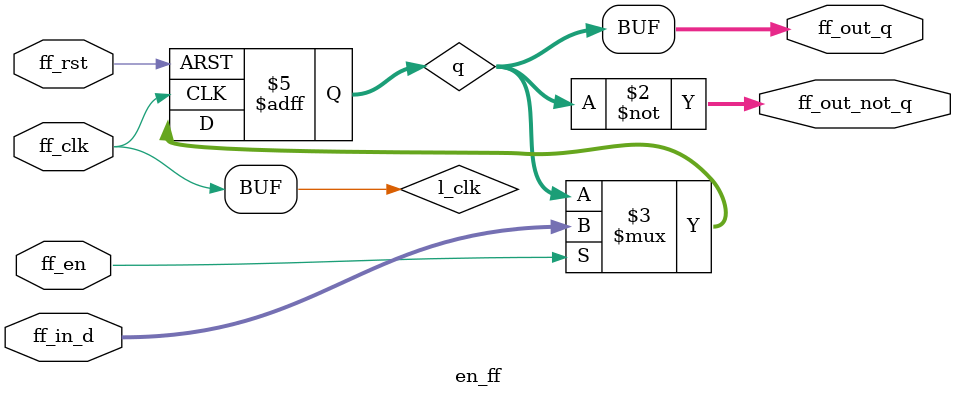
<source format=sv>
/** Enable Flop*/
/** Main Module */
module en_ff#(
		// Params
		parameter FF_WIDTH 			= 32,
		parameter NEGEDGE_SAMPLING 	= 0,
		parameter POSEDGE_SAMPLING 	= 1,
		parameter INITAL_VALUE		= 32'h0
	)
	(
		// Ports
		input logic ff_clk,
		input logic ff_rst,
		input logic ff_en,
		input logic [FF_WIDTH-1:0] ff_in_d,
		output logic [FF_WIDTH-1:0] ff_out_q,
		output logic [FF_WIDTH-1:0] ff_out_not_q
		);

`ifdef COCOTB_SIM
	// Asserts
	initial begin
		// Parameter checking
		assert(FF_WIDTH != 0) else $error("Flip Flop Data cannot be 0 FF_WIDTH");
		assert((NEGEDGE_SAMPLING ^ POSEDGE_SAMPLING) == 1) else $error("Cannot have a double EDGE sampling FF or a 0 edge sampling FF");
	end
`endif

	// Internal clocks
	logic l_clk;
	assign l_clk = (NEGEDGE_SAMPLING) ? ~ff_clk : ((POSEDGE_SAMPLING) ? ff_clk : 1'b0);

	// sample the output port
	logic [FF_WIDTH-1:0] q;
	always_ff @(posedge l_clk or posedge ff_rst) begin : proc_ip_calculation
		if(ff_rst) begin
			q <= INITAL_VALUE;
		end else if(ff_en) begin
			q <= ff_in_d;
		end
	end

	// Assign the not q data port
	assign ff_out_not_q = ~(q);
	assign ff_out_q 	= q;
endmodule
</source>
